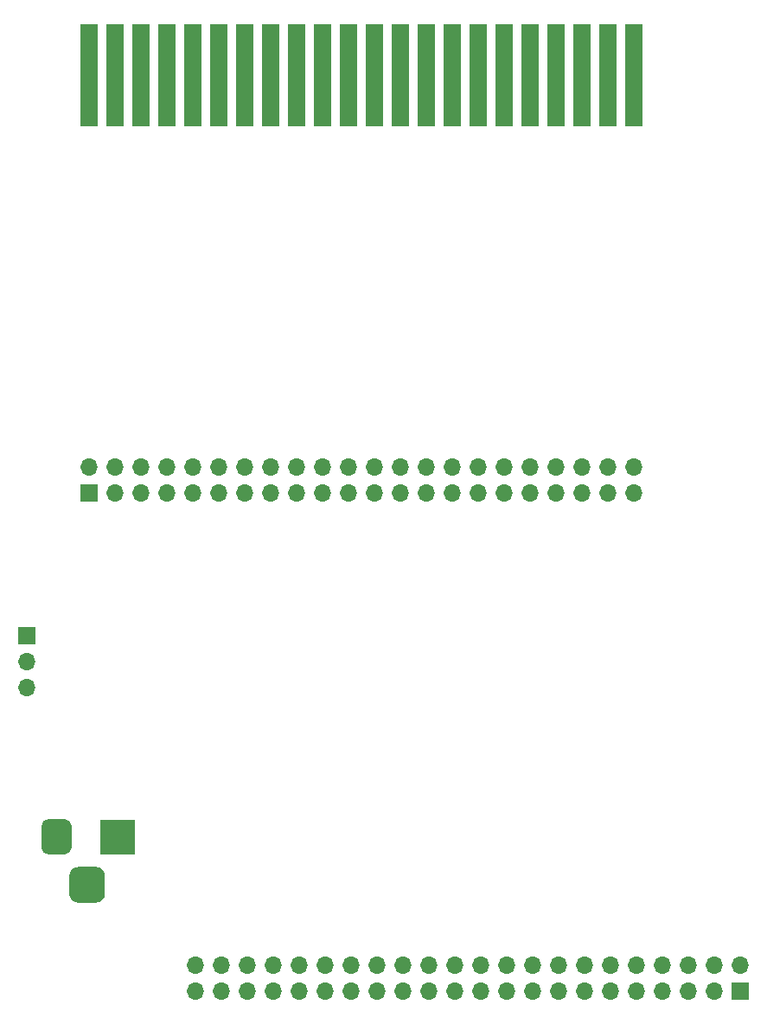
<source format=gts>
G04 #@! TF.GenerationSoftware,KiCad,Pcbnew,(5.1.9)-1*
G04 #@! TF.CreationDate,2022-05-23T16:02:47+09:00*
G04 #@! TF.ProjectId,mz-2000,6d7a2d32-3030-4302-9e6b-696361645f70,rev?*
G04 #@! TF.SameCoordinates,PX2faf080PY93d1cc0*
G04 #@! TF.FileFunction,Soldermask,Top*
G04 #@! TF.FilePolarity,Negative*
%FSLAX46Y46*%
G04 Gerber Fmt 4.6, Leading zero omitted, Abs format (unit mm)*
G04 Created by KiCad (PCBNEW (5.1.9)-1) date 2022-05-23 16:02:47*
%MOMM*%
%LPD*%
G01*
G04 APERTURE LIST*
%ADD10R,1.780000X10.000000*%
%ADD11O,1.700000X1.700000*%
%ADD12R,1.700000X1.700000*%
%ADD13R,3.500000X3.500000*%
G04 APERTURE END LIST*
D10*
X11176000Y94270000D03*
X13716000Y94270000D03*
X16256000Y94270000D03*
X18796000Y94270000D03*
X21336000Y94270000D03*
X23876000Y94270000D03*
X26416000Y94270000D03*
X28956000Y94270000D03*
X31496000Y94270000D03*
X34036000Y94270000D03*
X36576000Y94270000D03*
X39116000Y94270000D03*
X41656000Y94270000D03*
X44196000Y94270000D03*
X46736000Y94270000D03*
X49276000Y94270000D03*
X51816000Y94270000D03*
X54356000Y94270000D03*
X56896000Y94270000D03*
X59436000Y94270000D03*
X61976000Y94270000D03*
X64516000Y94270000D03*
D11*
X64516000Y55880000D03*
X64516000Y53340000D03*
X61976000Y55880000D03*
X61976000Y53340000D03*
X59436000Y55880000D03*
X59436000Y53340000D03*
X56896000Y55880000D03*
X56896000Y53340000D03*
X54356000Y55880000D03*
X54356000Y53340000D03*
X51816000Y55880000D03*
X51816000Y53340000D03*
X49276000Y55880000D03*
X49276000Y53340000D03*
X46736000Y55880000D03*
X46736000Y53340000D03*
X44196000Y55880000D03*
X44196000Y53340000D03*
X41656000Y55880000D03*
X41656000Y53340000D03*
X39116000Y55880000D03*
X39116000Y53340000D03*
X36576000Y55880000D03*
X36576000Y53340000D03*
X34036000Y55880000D03*
X34036000Y53340000D03*
X31496000Y55880000D03*
X31496000Y53340000D03*
X28956000Y55880000D03*
X28956000Y53340000D03*
X26416000Y55880000D03*
X26416000Y53340000D03*
X23876000Y55880000D03*
X23876000Y53340000D03*
X21336000Y55880000D03*
X21336000Y53340000D03*
X18796000Y55880000D03*
X18796000Y53340000D03*
X16256000Y55880000D03*
X16256000Y53340000D03*
X13716000Y55880000D03*
X13716000Y53340000D03*
X11176000Y55880000D03*
D12*
X11176000Y53340000D03*
D13*
X13970000Y19685000D03*
G36*
G01*
X6470000Y18685000D02*
X6470000Y20685000D01*
G75*
G02*
X7220000Y21435000I750000J0D01*
G01*
X8720000Y21435000D01*
G75*
G02*
X9470000Y20685000I0J-750000D01*
G01*
X9470000Y18685000D01*
G75*
G02*
X8720000Y17935000I-750000J0D01*
G01*
X7220000Y17935000D01*
G75*
G02*
X6470000Y18685000I0J750000D01*
G01*
G37*
G36*
G01*
X9220000Y14110000D02*
X9220000Y15860000D01*
G75*
G02*
X10095000Y16735000I875000J0D01*
G01*
X11845000Y16735000D01*
G75*
G02*
X12720000Y15860000I0J-875000D01*
G01*
X12720000Y14110000D01*
G75*
G02*
X11845000Y13235000I-875000J0D01*
G01*
X10095000Y13235000D01*
G75*
G02*
X9220000Y14110000I0J875000D01*
G01*
G37*
D12*
X74910000Y4596000D03*
D11*
X74910000Y7136000D03*
X72370000Y4596000D03*
X72370000Y7136000D03*
X69830000Y4596000D03*
X69830000Y7136000D03*
X67290000Y4596000D03*
X67290000Y7136000D03*
X64750000Y4596000D03*
X64750000Y7136000D03*
X62210000Y4596000D03*
X62210000Y7136000D03*
X59670000Y4596000D03*
X59670000Y7136000D03*
X57130000Y4596000D03*
X57130000Y7136000D03*
X54590000Y4596000D03*
X54590000Y7136000D03*
X52050000Y4596000D03*
X52050000Y7136000D03*
X49510000Y4596000D03*
X49510000Y7136000D03*
X46970000Y4596000D03*
X46970000Y7136000D03*
X44430000Y4596000D03*
X44430000Y7136000D03*
X41890000Y4596000D03*
X41890000Y7136000D03*
X39350000Y4596000D03*
X39350000Y7136000D03*
X36810000Y4596000D03*
X36810000Y7136000D03*
X34270000Y4596000D03*
X34270000Y7136000D03*
X31730000Y4596000D03*
X31730000Y7136000D03*
X29190000Y4596000D03*
X29190000Y7136000D03*
X26650000Y4596000D03*
X26650000Y7136000D03*
X24110000Y4596000D03*
X24110000Y7136000D03*
X21570000Y4596000D03*
X21570000Y7136000D03*
D12*
X5080000Y39370000D03*
D11*
X5080000Y36830000D03*
X5080000Y34290000D03*
M02*

</source>
